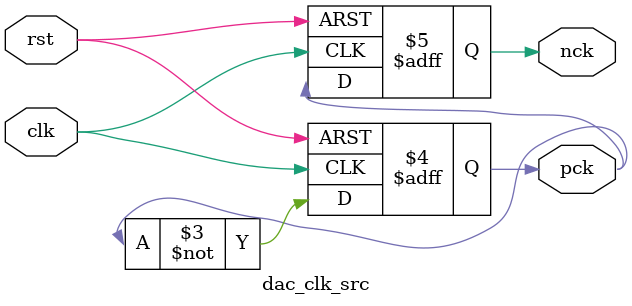
<source format=v>
module dac_clk_src (clk,rst,nck,pck);

input wire clk,rst;
output reg pck,nck;

always @ (posedge clk,negedge rst)
	begin
		if (!rst)
			begin
				pck<=1'b0;nck<=1'b0;
			end  
		else
			begin
				pck<=~pck;
				nck<=pck;
			end  
	end  

endmodule 

</source>
